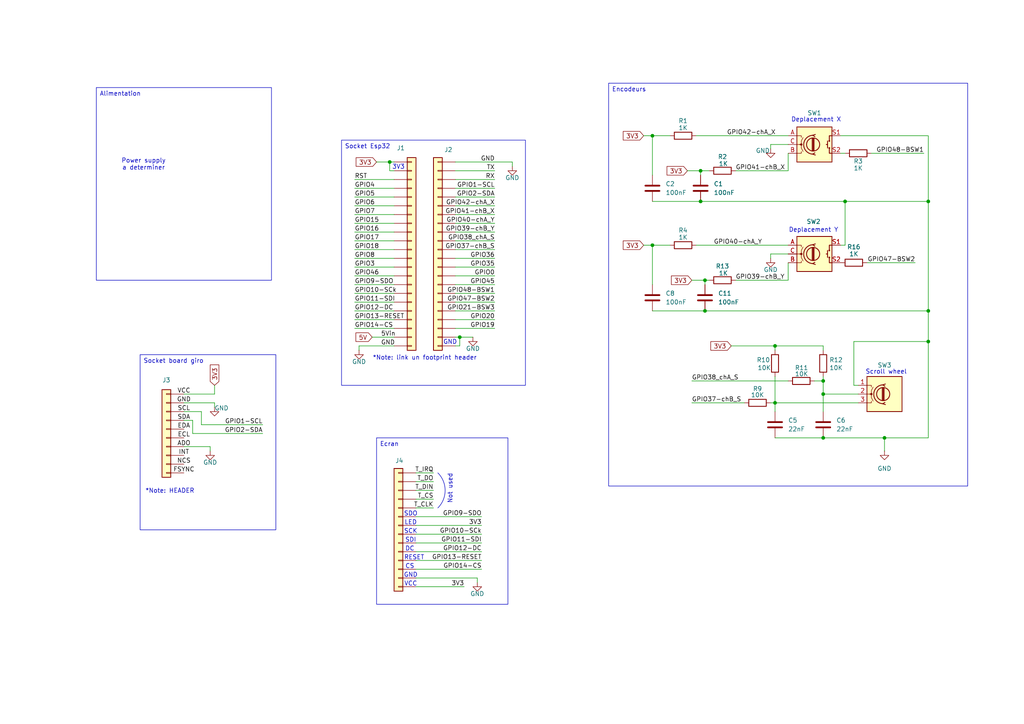
<source format=kicad_sch>
(kicad_sch (version 20231120) (generator "eeschema") (generator_version "8.0")
  (paper "A4")
  (lib_symbols
    (symbol "Conn_01x22_1" (pin_numbers hide) (pin_names (offset 1.016) hide)
      (property "Reference" "J" (at 0 27.94 0))
      (property "Value" "Conn_01x22" (at 0 -30.48 0))
      (symbol "Conn_01x22_1_1_1"
        (rectangle (start -1.27 -27.813) (end 0 -28.067) (stroke (width 0.1524)))
        (rectangle (start -1.27 -25.273) (end 0 -25.527) (stroke (width 0.1524)))
        (rectangle (start -1.27 -22.733) (end 0 -22.987) (stroke (width 0.1524)))
        (rectangle (start -1.27 -20.193) (end 0 -20.447) (stroke (width 0.1524)))
        (rectangle (start -1.27 -17.653) (end 0 -17.907) (stroke (width 0.1524)))
        (rectangle (start -1.27 -15.113) (end 0 -15.367) (stroke (width 0.1524)))
        (rectangle (start -1.27 -12.573) (end 0 -12.827) (stroke (width 0.1524)))
        (rectangle (start -1.27 -10.033) (end 0 -10.287) (stroke (width 0.1524)))
        (rectangle (start -1.27 -7.493) (end 0 -7.747) (stroke (width 0.1524)))
        (rectangle (start -1.27 -4.953) (end 0 -5.207) (stroke (width 0.1524)))
        (rectangle (start -1.27 -2.413) (end 0 -2.667) (stroke (width 0.1524)))
        (rectangle (start -1.27 0.127) (end 0 -0.127) (stroke (width 0.1524)))
        (rectangle (start -1.27 2.667) (end 0 2.413) (stroke (width 0.1524)))
        (rectangle (start -1.27 5.207) (end 0 4.953) (stroke (width 0.1524)))
        (rectangle (start -1.27 7.747) (end 0 7.493) (stroke (width 0.1524)))
        (rectangle (start -1.27 10.287) (end 0 10.033) (stroke (width 0.1524)))
        (rectangle (start -1.27 12.827) (end 0 12.573) (stroke (width 0.1524)))
        (rectangle (start -1.27 15.367) (end 0 15.113) (stroke (width 0.1524)))
        (rectangle (start -1.27 17.907) (end 0 17.653) (stroke (width 0.1524)))
        (rectangle (start -1.27 20.447) (end 0 20.193) (stroke (width 0.1524)))
        (rectangle (start -1.27 22.987) (end 0 22.733) (stroke (width 0.1524)))
        (rectangle (start -1.27 25.527) (end 0 25.273) (stroke (width 0.1524)))
        (rectangle (start -1.27 26.67) (end 1.27 -29.21) (stroke (width 0.254)) (fill (type background)))
        (pin passive line (at -5.08 25.4 0) (length 3.81) (name "Pin_1") (number "1"))
        (pin passive line (at -5.08 2.54 0) (length 3.81) (name "Pin_10") (number "10"))
        (pin passive line (at -5.08 0 0) (length 3.81) (name "Pin_11") (number "11"))
        (pin passive line (at -5.08 -2.54 0) (length 3.81) (name "Pin_12") (number "12"))
        (pin passive line (at -5.08 -5.08 0) (length 3.81) (name "Pin_13") (number "13"))
        (pin passive line (at -5.08 -7.62 0) (length 3.81) (name "Pin_14") (number "14"))
        (pin passive line (at -5.08 -10.16 0) (length 3.81) (name "Pin_15") (number "15"))
        (pin passive line (at -5.08 -12.7 0) (length 3.81) (name "Pin_16") (number "16"))
        (pin passive line (at -5.08 -15.24 0) (length 3.81) (name "Pin_17") (number "17"))
        (pin passive line (at -5.08 -17.78 0) (length 3.81) (name "Pin_18") (number "18"))
        (pin passive line (at -5.08 -20.32 0) (length 3.81) (name "Pin_19") (number "19"))
        (pin passive line (at -5.08 22.86 0) (length 3.81) (name "Pin_2") (number "2"))
        (pin passive line (at -5.08 -22.86 0) (length 3.81) (name "Pin_20") (number "20"))
        (pin passive line (at -5.08 -25.4 0) (length 3.81) (name "Pin_21") (number "21"))
        (pin passive line (at -5.08 -27.94 0) (length 3.81) (name "Pin_22") (number "22"))
        (pin passive line (at -5.08 20.32 0) (length 3.81) (name "Pin_3") (number "3"))
        (pin passive line (at -5.08 17.78 0) (length 3.81) (name "Pin_4") (number "4"))
        (pin passive line (at -5.08 15.24 0) (length 3.81) (name "Pin_5") (number "5"))
        (pin passive line (at -5.08 12.7 0) (length 3.81) (name "Pin_6") (number "6"))
        (pin passive line (at -5.08 10.16 0) (length 3.81) (name "Pin_7") (number "7"))
        (pin passive line (at -5.08 7.62 0) (length 3.81) (name "Pin_8") (number "8"))
        (pin passive line (at -5.08 5.08 0) (length 3.81) (name "Pin_9") (number "9"))
      )
    )
    (symbol "Connector_Generic:Conn_01x10" (pin_numbers hide) (pin_names (offset 1.016) hide)
      (property "Reference" "J" (at 0 12.7 0))
      (property "Value" "Conn_01x10" (at 0 -15.24 0))
      (symbol "Conn_01x10_1_1"
        (rectangle (start -1.27 -12.573) (end 0 -12.827) (stroke (width 0.1524)))
        (rectangle (start -1.27 -10.033) (end 0 -10.287) (stroke (width 0.1524)))
        (rectangle (start -1.27 -7.493) (end 0 -7.747) (stroke (width 0.1524)))
        (rectangle (start -1.27 -4.953) (end 0 -5.207) (stroke (width 0.1524)))
        (rectangle (start -1.27 -2.413) (end 0 -2.667) (stroke (width 0.1524)))
        (rectangle (start -1.27 0.127) (end 0 -0.127) (stroke (width 0.1524)))
        (rectangle (start -1.27 2.667) (end 0 2.413) (stroke (width 0.1524)))
        (rectangle (start -1.27 5.207) (end 0 4.953) (stroke (width 0.1524)))
        (rectangle (start -1.27 7.747) (end 0 7.493) (stroke (width 0.1524)))
        (rectangle (start -1.27 10.287) (end 0 10.033) (stroke (width 0.1524)))
        (rectangle (start -1.27 11.43) (end 1.27 -13.97) (stroke (width 0.254)) (fill (type background)))
        (pin passive line (at -5.08 10.16 0) (length 3.81) (name "Pin_1") (number "1"))
        (pin passive line (at -5.08 -12.7 0) (length 3.81) (name "Pin_10") (number "10"))
        (pin passive line (at -5.08 7.62 0) (length 3.81) (name "Pin_2") (number "2"))
        (pin passive line (at -5.08 5.08 0) (length 3.81) (name "Pin_3") (number "3"))
        (pin passive line (at -5.08 2.54 0) (length 3.81) (name "Pin_4") (number "4"))
        (pin passive line (at -5.08 0 0) (length 3.81) (name "Pin_5") (number "5"))
        (pin passive line (at -5.08 -2.54 0) (length 3.81) (name "Pin_6") (number "6"))
        (pin passive line (at -5.08 -5.08 0) (length 3.81) (name "Pin_7") (number "7"))
        (pin passive line (at -5.08 -7.62 0) (length 3.81) (name "Pin_8") (number "8"))
        (pin passive line (at -5.08 -10.16 0) (length 3.81) (name "Pin_9") (number "9"))
      )
    )
    (symbol "Connector_Generic:Conn_01x14" (pin_numbers hide) (pin_names (offset 1.016) hide)
      (property "Reference" "J" (at 0 17.78 0))
      (property "Value" "Conn_01x14" (at 0 -20.32 0))
      (symbol "Conn_01x14_1_1"
        (rectangle (start -1.27 -17.653) (end 0 -17.907) (stroke (width 0.1524)))
        (rectangle (start -1.27 -15.113) (end 0 -15.367) (stroke (width 0.1524)))
        (rectangle (start -1.27 -12.573) (end 0 -12.827) (stroke (width 0.1524)))
        (rectangle (start -1.27 -10.033) (end 0 -10.287) (stroke (width 0.1524)))
        (rectangle (start -1.27 -7.493) (end 0 -7.747) (stroke (width 0.1524)))
        (rectangle (start -1.27 -4.953) (end 0 -5.207) (stroke (width 0.1524)))
        (rectangle (start -1.27 -2.413) (end 0 -2.667) (stroke (width 0.1524)))
        (rectangle (start -1.27 0.127) (end 0 -0.127) (stroke (width 0.1524)))
        (rectangle (start -1.27 2.667) (end 0 2.413) (stroke (width 0.1524)))
        (rectangle (start -1.27 5.207) (end 0 4.953) (stroke (width 0.1524)))
        (rectangle (start -1.27 7.747) (end 0 7.493) (stroke (width 0.1524)))
        (rectangle (start -1.27 10.287) (end 0 10.033) (stroke (width 0.1524)))
        (rectangle (start -1.27 12.827) (end 0 12.573) (stroke (width 0.1524)))
        (rectangle (start -1.27 15.367) (end 0 15.113) (stroke (width 0.1524)))
        (rectangle (start -1.27 16.51) (end 1.27 -19.05) (stroke (width 0.254)) (fill (type background)))
        (pin passive line (at -5.08 15.24 0) (length 3.81) (name "Pin_1") (number "1"))
        (pin passive line (at -5.08 -7.62 0) (length 3.81) (name "Pin_10") (number "10"))
        (pin passive line (at -5.08 -10.16 0) (length 3.81) (name "Pin_11") (number "11"))
        (pin passive line (at -5.08 -12.7 0) (length 3.81) (name "Pin_12") (number "12"))
        (pin passive line (at -5.08 -15.24 0) (length 3.81) (name "Pin_13") (number "13"))
        (pin passive line (at -5.08 -17.78 0) (length 3.81) (name "Pin_14") (number "14"))
        (pin passive line (at -5.08 12.7 0) (length 3.81) (name "Pin_2") (number "2"))
        (pin passive line (at -5.08 10.16 0) (length 3.81) (name "Pin_3") (number "3"))
        (pin passive line (at -5.08 7.62 0) (length 3.81) (name "Pin_4") (number "4"))
        (pin passive line (at -5.08 5.08 0) (length 3.81) (name "Pin_5") (number "5"))
        (pin passive line (at -5.08 2.54 0) (length 3.81) (name "Pin_6") (number "6"))
        (pin passive line (at -5.08 0 0) (length 3.81) (name "Pin_7") (number "7"))
        (pin passive line (at -5.08 -2.54 0) (length 3.81) (name "Pin_8") (number "8"))
        (pin passive line (at -5.08 -5.08 0) (length 3.81) (name "Pin_9") (number "9"))
      )
    )
    (symbol "Connector_Generic:Conn_01x22" (pin_numbers hide) (pin_names (offset 1.016) hide)
      (property "Reference" "J" (at 0 27.94 0))
      (property "Value" "Conn_01x22" (at 0 -30.48 0))
      (symbol "Conn_01x22_1_1"
        (rectangle (start -1.27 -27.813) (end 0 -28.067) (stroke (width 0.1524)))
        (rectangle (start -1.27 -25.273) (end 0 -25.527) (stroke (width 0.1524)))
        (rectangle (start -1.27 -22.733) (end 0 -22.987) (stroke (width 0.1524)))
        (rectangle (start -1.27 -20.193) (end 0 -20.447) (stroke (width 0.1524)))
        (rectangle (start -1.27 -17.653) (end 0 -17.907) (stroke (width 0.1524)))
        (rectangle (start -1.27 -15.113) (end 0 -15.367) (stroke (width 0.1524)))
        (rectangle (start -1.27 -12.573) (end 0 -12.827) (stroke (width 0.1524)))
        (rectangle (start -1.27 -10.033) (end 0 -10.287) (stroke (width 0.1524)))
        (rectangle (start -1.27 -7.493) (end 0 -7.747) (stroke (width 0.1524)))
        (rectangle (start -1.27 -4.953) (end 0 -5.207) (stroke (width 0.1524)))
        (rectangle (start -1.27 -2.413) (end 0 -2.667) (stroke (width 0.1524)))
        (rectangle (start -1.27 0.127) (end 0 -0.127) (stroke (width 0.1524)))
        (rectangle (start -1.27 2.667) (end 0 2.413) (stroke (width 0.1524)))
        (rectangle (start -1.27 5.207) (end 0 4.953) (stroke (width 0.1524)))
        (rectangle (start -1.27 7.747) (end 0 7.493) (stroke (width 0.1524)))
        (rectangle (start -1.27 10.287) (end 0 10.033) (stroke (width 0.1524)))
        (rectangle (start -1.27 12.827) (end 0 12.573) (stroke (width 0.1524)))
        (rectangle (start -1.27 15.367) (end 0 15.113) (stroke (width 0.1524)))
        (rectangle (start -1.27 17.907) (end 0 17.653) (stroke (width 0.1524)))
        (rectangle (start -1.27 20.447) (end 0 20.193) (stroke (width 0.1524)))
        (rectangle (start -1.27 22.987) (end 0 22.733) (stroke (width 0.1524)))
        (rectangle (start -1.27 25.527) (end 0 25.273) (stroke (width 0.1524)))
        (rectangle (start -1.27 26.67) (end 1.27 -29.21) (stroke (width 0.254)) (fill (type background)))
        (pin passive line (at -5.08 25.4 0) (length 3.81) (name "Pin_1") (number "1"))
        (pin passive line (at -5.08 2.54 0) (length 3.81) (name "Pin_10") (number "10"))
        (pin passive line (at -5.08 0 0) (length 3.81) (name "Pin_11") (number "11"))
        (pin passive line (at -5.08 -2.54 0) (length 3.81) (name "Pin_12") (number "12"))
        (pin passive line (at -5.08 -5.08 0) (length 3.81) (name "Pin_13") (number "13"))
        (pin passive line (at -5.08 -7.62 0) (length 3.81) (name "Pin_14") (number "14"))
        (pin passive line (at -5.08 -10.16 0) (length 3.81) (name "Pin_15") (number "15"))
        (pin passive line (at -5.08 -12.7 0) (length 3.81) (name "Pin_16") (number "16"))
        (pin passive line (at -5.08 -15.24 0) (length 3.81) (name "Pin_17") (number "17"))
        (pin passive line (at -5.08 -17.78 0) (length 3.81) (name "Pin_18") (number "18"))
        (pin passive line (at -5.08 -20.32 0) (length 3.81) (name "Pin_19") (number "19"))
        (pin passive line (at -5.08 22.86 0) (length 3.81) (name "Pin_2") (number "2"))
        (pin passive line (at -5.08 -22.86 0) (length 3.81) (name "Pin_20") (number "20"))
        (pin passive line (at -5.08 -25.4 0) (length 3.81) (name "Pin_21") (number "21"))
        (pin passive line (at -5.08 -27.94 0) (length 3.81) (name "Pin_22") (number "22"))
        (pin passive line (at -5.08 20.32 0) (length 3.81) (name "Pin_3") (number "3"))
        (pin passive line (at -5.08 17.78 0) (length 3.81) (name "Pin_4") (number "4"))
        (pin passive line (at -5.08 15.24 0) (length 3.81) (name "Pin_5") (number "5"))
        (pin passive line (at -5.08 12.7 0) (length 3.81) (name "Pin_6") (number "6"))
        (pin passive line (at -5.08 10.16 0) (length 3.81) (name "Pin_7") (number "7"))
        (pin passive line (at -5.08 7.62 0) (length 3.81) (name "Pin_8") (number "8"))
        (pin passive line (at -5.08 5.08 0) (length 3.81) (name "Pin_9") (number "9"))
      )
    )
    (symbol "Device:C" (pin_numbers hide) (pin_names (offset 0.254))
      (property "Reference" "C" (at 0.635 2.54 0))
      (property "Value" "C" (at 0.635 -2.54 0))
      (symbol "C_0_1"
        (polyline (pts (xy -2.032 -0.762) (xy 2.032 -0.762)) (stroke (width 0.508)))
        (polyline (pts (xy -2.032 0.762) (xy 2.032 0.762)) (stroke (width 0.508)))
      )
      (symbol "C_1_1"
        (pin passive line (at 0 3.81 270) (length 2.794) (name "~") (number "1"))
        (pin passive line (at 0 -3.81 90) (length 2.794) (name "~") (number "2"))
      )
    )
    (symbol "Device:R" (pin_numbers hide) (pin_names (offset 0))
      (property "Reference" "R" (at 2.032 0 90))
      (property "Value" "R" (at 0 0 90))
      (symbol "R_0_1"
        (rectangle (start -1.016 -2.54) (end 1.016 2.54) (stroke (width 0.254)))
      )
      (symbol "R_1_1"
        (pin passive line (at 0 3.81 270) (length 1.27) (name "~") (number "1"))
        (pin passive line (at 0 -3.81 90) (length 1.27) (name "~") (number "2"))
      )
    )
    (symbol "Device:RotaryEncoder_Switch" (pin_names (offset 0.254) hide)
      (property "Reference" "SW" (at 0 6.604 0))
      (property "Value" "RotaryEncoder_Switch" (at 0 -6.604 0))
      (symbol "RotaryEncoder_Switch_0_1"
        (rectangle (start -5.08 5.08) (end 5.08 -5.08) (stroke (width 0.254)) (fill (type background)))
        (circle (center -3.81 0) (radius 0.254) (fill (type outline)))
        (circle (center -0.381 0) (radius 1.905) (stroke (width 0.254)))
        (arc (start -0.381 2.667) (mid -3.0988 -0.0635) (end -0.381 -2.794) (stroke (width 0.254)))
        (polyline (pts (xy -0.635 -1.778) (xy -0.635 1.778)) (stroke (width 0.254)))
        (polyline (pts (xy -0.381 -1.778) (xy -0.381 1.778)) (stroke (width 0.254)))
        (polyline (pts (xy -0.127 1.778) (xy -0.127 -1.778)) (stroke (width 0.254)))
        (polyline (pts (xy 3.81 0) (xy 3.429 0)) (stroke (width 0.254)))
        (polyline (pts (xy 3.81 1.016) (xy 3.81 -1.016)) (stroke (width 0.254)))
        (polyline (pts (xy -5.08 -2.54) (xy -3.81 -2.54) (xy -3.81 -2.032)))
        (polyline (pts (xy -5.08 2.54) (xy -3.81 2.54) (xy -3.81 2.032)))
        (polyline (pts (xy 0.254 -3.048) (xy -0.508 -2.794) (xy 0.127 -2.413)) (stroke (width 0.254)))
        (polyline (pts (xy 0.254 2.921) (xy -0.508 2.667) (xy 0.127 2.286)) (stroke (width 0.254)))
        (polyline (pts (xy 5.08 -2.54) (xy 4.318 -2.54) (xy 4.318 -1.016)) (stroke (width 0.254)))
        (polyline (pts (xy 5.08 2.54) (xy 4.318 2.54) (xy 4.318 1.016)) (stroke (width 0.254)))
        (polyline (pts (xy -5.08 0) (xy -3.81 0) (xy -3.81 -1.016) (xy -3.302 -2.032)))
        (polyline (pts (xy -4.318 0) (xy -3.81 0) (xy -3.81 1.016) (xy -3.302 2.032)))
        (circle (center 4.318 -1.016) (radius 0.127) (stroke (width 0.254)))
        (circle (center 4.318 1.016) (radius 0.127) (stroke (width 0.254)))
      )
      (symbol "RotaryEncoder_Switch_1_1"
        (pin passive line (at -7.62 2.54 0) (length 2.54) (name "A") (number "A"))
        (pin passive line (at -7.62 -2.54 0) (length 2.54) (name "B") (number "B"))
        (pin passive line (at -7.62 0 0) (length 2.54) (name "C") (number "C"))
        (pin passive line (at 7.62 2.54 180) (length 2.54) (name "S1") (number "S1"))
        (pin passive line (at 7.62 -2.54 180) (length 2.54) (name "S2") (number "S2"))
      )
    )
    (symbol "RotaryEncoder_1" (pin_names (offset 0.254) hide)
      (property "Reference" "SW3" (at -2.032 8.382 0))
      (symbol "RotaryEncoder_1_0_1"
        (rectangle (start -5.08 5.08) (end 5.08 -5.08) (stroke (width 0.254)) (fill (type background)))
        (circle (center -3.81 0) (radius 0.254) (fill (type outline)))
        (circle (center -0.381 0) (radius 1.905) (stroke (width 0.254)))
        (arc (start -0.381 2.667) (mid -3.0988 -0.0635) (end -0.381 -2.794) (stroke (width 0.254)))
        (polyline (pts (xy -0.635 -1.778) (xy -0.635 1.778)) (stroke (width 0.254)))
        (polyline (pts (xy -0.381 -1.778) (xy -0.381 1.778)) (stroke (width 0.254)))
        (polyline (pts (xy -0.127 1.778) (xy -0.127 -1.778)) (stroke (width 0.254)))
        (polyline (pts (xy -5.08 -2.54) (xy -3.81 -2.54) (xy -3.81 -2.032)))
        (polyline (pts (xy -5.08 2.54) (xy -3.81 2.54) (xy -3.81 2.032)))
        (polyline (pts (xy 0.254 -3.048) (xy -0.508 -2.794) (xy 0.127 -2.413)) (stroke (width 0.254)))
        (polyline (pts (xy 0.254 2.921) (xy -0.508 2.667) (xy 0.127 2.286)) (stroke (width 0.254)))
        (polyline (pts (xy -5.08 0) (xy -3.81 0) (xy -3.81 -1.016) (xy -3.302 -2.032)))
        (polyline (pts (xy -4.318 0) (xy -3.81 0) (xy -3.81 1.016) (xy -3.302 2.032)))
      )
      (symbol "RotaryEncoder_1_1_1"
        (pin passive line (at -7.62 2.54 0) (length 2.54) (name "1") (number "1"))
        (pin passive line (at -7.62 0 0) (length 2.54) (name "2") (number "2"))
        (pin passive line (at -7.62 -2.54 0) (length 2.54) (name "3") (number "3"))
      )
    )
    (symbol "power:GND" (power) (pin_numbers hide) (pin_names (offset 0) hide)
      (property "Value" "GND" (at 0 -3.81 0))
      (symbol "GND_0_1"
        (polyline (pts (xy 0 0) (xy 0 -1.27) (xy 1.27 -1.27) (xy 0 -2.54) (xy -1.27 -1.27) (xy 0 -1.27)))
      )
      (symbol "GND_1_1"
        (pin power_in line (at 0 0 270) (length 0) (name "~") (number "1"))
      )
    )
  )
  (junction (at 269.24 90.17))
  (junction (at 245.11 58.42))
  (junction (at 269.24 99.06))
  (junction (at 133.35 97.79))
  (junction (at 189.23 39.37))
  (junction (at 189.23 71.12))
  (junction (at 238.76 110.49))
  (junction (at 256.54 127))
  (junction (at 204.47 81.28))
  (junction (at 238.76 127))
  (junction (at 203.2 58.42))
  (junction (at 224.79 100.33))
  (junction (at 238.76 114.3))
  (junction (at 203.2 49.53))
  (junction (at 269.24 58.42))
  (junction (at 113.03 46.99))
  (junction (at 204.47 90.17))
  (junction (at 224.79 116.84))
  (wire (pts (xy 203.2 49.53) (xy 203.2 50.8)))
  (wire (pts (xy 132.08 74.93) (xy 143.51 74.93)))
  (wire (pts (xy 107.95 97.79) (xy 114.3 97.79)))
  (wire (pts (xy 60.96 129.54) (xy 53.34 129.54)))
  (wire (pts (xy 102.87 54.61) (xy 114.3 54.61)))
  (wire (pts (xy 238.76 127) (xy 256.54 127)))
  (wire (pts (xy 53.34 121.92) (xy 55.88 121.92)))
  (wire (pts (xy 102.87 92.71) (xy 114.3 92.71)))
  (wire (pts (xy 120.65 144.78) (xy 125.73 144.78)))
  (wire (pts (xy 238.76 109.22) (xy 238.76 110.49)))
  (wire (pts (xy 120.65 152.4) (xy 139.7 152.4)))
  (wire (pts (xy 132.08 52.07) (xy 143.51 52.07)))
  (wire (pts (xy 245.11 71.12) (xy 245.11 58.42)))
  (wire (pts (xy 228.6 49.53) (xy 228.6 44.45)))
  (wire (pts (xy 238.76 114.3) (xy 248.92 114.3)))
  (wire (pts (xy 58.42 123.19) (xy 76.2 123.19)))
  (wire (pts (xy 133.35 97.79) (xy 133.35 100.33)))
  (wire (pts (xy 213.36 81.28) (xy 228.6 81.28)))
  (wire (pts (xy 132.08 82.55) (xy 143.51 82.55)))
  (wire (pts (xy 200.66 116.84) (xy 215.9 116.84)))
  (wire (pts (xy 132.08 97.79) (xy 133.35 97.79)))
  (wire (pts (xy 248.92 116.84) (xy 224.79 116.84)))
  (wire (pts (xy 148.59 48.26) (xy 148.59 46.99)))
  (wire (pts (xy 245.11 44.45) (xy 243.84 44.45)))
  (wire (pts (xy 213.36 49.53) (xy 228.6 49.53)))
  (wire (pts (xy 189.23 71.12) (xy 189.23 82.55)))
  (wire (pts (xy 245.11 58.42) (xy 269.24 58.42)))
  (wire (pts (xy 120.65 157.48) (xy 139.7 157.48)))
  (wire (pts (xy 224.79 116.84) (xy 224.79 119.38)))
  (wire (pts (xy 236.22 110.49) (xy 238.76 110.49)))
  (wire (pts (xy 247.65 99.06) (xy 247.65 111.76)))
  (wire (pts (xy 251.46 76.2) (xy 265.43 76.2)))
  (wire (pts (xy 201.93 71.12) (xy 228.6 71.12)))
  (wire (pts (xy 269.24 58.42) (xy 269.24 90.17)))
  (wire (pts (xy 132.08 80.01) (xy 143.51 80.01)))
  (wire (pts (xy 104.14 100.33) (xy 104.14 101.6)))
  (wire (pts (xy 199.39 49.53) (xy 203.2 49.53)))
  (wire (pts (xy 102.87 95.25) (xy 114.3 95.25)))
  (wire (pts (xy 247.65 111.76) (xy 248.92 111.76)))
  (wire (pts (xy 120.65 139.7) (xy 125.73 139.7)))
  (wire (pts (xy 223.52 73.66) (xy 228.6 73.66)))
  (wire (pts (xy 212.09 100.33) (xy 224.79 100.33)))
  (wire (pts (xy 132.08 90.17) (xy 143.51 90.17)))
  (wire (pts (xy 132.08 87.63) (xy 143.51 87.63)))
  (wire (pts (xy 58.42 119.38) (xy 58.42 123.19)))
  (wire (pts (xy 132.08 67.31) (xy 143.51 67.31)))
  (wire (pts (xy 186.69 71.12) (xy 189.23 71.12)))
  (wire (pts (xy 132.08 95.25) (xy 143.51 95.25)))
  (wire (pts (xy 238.76 114.3) (xy 238.76 119.38)))
  (wire (pts (xy 104.14 100.33) (xy 114.3 100.33)))
  (wire (pts (xy 113.03 49.53) (xy 114.3 49.53)))
  (wire (pts (xy 138.43 168.91) (xy 138.43 167.64)))
  (wire (pts (xy 269.24 99.06) (xy 269.24 127)))
  (wire (pts (xy 224.79 127) (xy 238.76 127)))
  (wire (pts (xy 189.23 58.42) (xy 203.2 58.42)))
  (wire (pts (xy 113.03 46.99) (xy 114.3 46.99)))
  (wire (pts (xy 132.08 69.85) (xy 143.51 69.85)))
  (wire (pts (xy 132.08 62.23) (xy 143.51 62.23)))
  (wire (pts (xy 200.66 110.49) (xy 228.6 110.49)))
  (wire (pts (xy 102.87 72.39) (xy 114.3 72.39)))
  (wire (pts (xy 224.79 100.33) (xy 238.76 100.33)))
  (wire (pts (xy 189.23 90.17) (xy 204.47 90.17)))
  (wire (pts (xy 120.65 137.16) (xy 125.73 137.16)))
  (wire (pts (xy 203.2 49.53) (xy 205.74 49.53)))
  (wire (pts (xy 204.47 90.17) (xy 269.24 90.17)))
  (wire (pts (xy 55.88 125.73) (xy 76.2 125.73)))
  (wire (pts (xy 133.35 100.33) (xy 132.08 100.33)))
  (wire (pts (xy 120.65 160.02) (xy 139.7 160.02)))
  (wire (pts (xy 102.87 82.55) (xy 114.3 82.55)))
  (wire (pts (xy 189.23 39.37) (xy 189.23 50.8)))
  (wire (pts (xy 256.54 127) (xy 269.24 127)))
  (wire (pts (xy 102.87 67.31) (xy 114.3 67.31)))
  (wire (pts (xy 148.59 46.99) (xy 132.08 46.99)))
  (wire (pts (xy 102.87 69.85) (xy 114.3 69.85)))
  (wire (pts (xy 228.6 81.28) (xy 228.6 76.2)))
  (wire (pts (xy 189.23 71.12) (xy 194.31 71.12)))
  (wire (pts (xy 132.08 64.77) (xy 143.51 64.77)))
  (wire (pts (xy 102.87 52.07) (xy 114.3 52.07)))
  (wire (pts (xy 60.96 130.81) (xy 60.96 129.54)))
  (wire (pts (xy 102.87 57.15) (xy 114.3 57.15)))
  (wire (pts (xy 113.03 46.99) (xy 113.03 49.53)))
  (wire (pts (xy 109.22 46.99) (xy 113.03 46.99)))
  (wire (pts (xy 238.76 100.33) (xy 238.76 101.6)))
  (wire (pts (xy 120.65 165.1) (xy 139.7 165.1)))
  (wire (pts (xy 132.08 72.39) (xy 143.51 72.39)))
  (wire (pts (xy 62.23 114.3) (xy 62.23 111.76)))
  (wire (pts (xy 247.65 99.06) (xy 269.24 99.06)))
  (wire (pts (xy 120.65 154.94) (xy 139.7 154.94)))
  (wire (pts (xy 102.87 77.47) (xy 114.3 77.47)))
  (wire (pts (xy 223.52 116.84) (xy 224.79 116.84)))
  (wire (pts (xy 53.34 119.38) (xy 58.42 119.38)))
  (wire (pts (xy 120.65 142.24) (xy 125.73 142.24)))
  (wire (pts (xy 102.87 62.23) (xy 114.3 62.23)))
  (wire (pts (xy 238.76 110.49) (xy 238.76 114.3)))
  (wire (pts (xy 204.47 82.55) (xy 204.47 81.28)))
  (wire (pts (xy 102.87 87.63) (xy 114.3 87.63)))
  (wire (pts (xy 133.35 97.79) (xy 137.16 97.79)))
  (wire (pts (xy 120.65 170.18) (xy 134.62 170.18)))
  (wire (pts (xy 102.87 74.93) (xy 114.3 74.93)))
  (wire (pts (xy 120.65 147.32) (xy 125.73 147.32)))
  (wire (pts (xy 132.08 92.71) (xy 143.51 92.71)))
  (wire (pts (xy 132.08 57.15) (xy 143.51 57.15)))
  (wire (pts (xy 200.66 81.28) (xy 204.47 81.28)))
  (wire (pts (xy 62.23 116.84) (xy 53.34 116.84)))
  (wire (pts (xy 102.87 80.01) (xy 114.3 80.01)))
  (wire (pts (xy 120.65 162.56) (xy 139.7 162.56)))
  (wire (pts (xy 102.87 85.09) (xy 114.3 85.09)))
  (wire (pts (xy 223.52 41.91) (xy 228.6 41.91)))
  (wire (pts (xy 102.87 90.17) (xy 114.3 90.17)))
  (wire (pts (xy 132.08 49.53) (xy 143.51 49.53)))
  (wire (pts (xy 223.52 43.18) (xy 223.52 41.91)))
  (wire (pts (xy 186.69 39.37) (xy 189.23 39.37)))
  (wire (pts (xy 132.08 59.69) (xy 143.51 59.69)))
  (wire (pts (xy 204.47 81.28) (xy 205.74 81.28)))
  (wire (pts (xy 201.93 39.37) (xy 228.6 39.37)))
  (wire (pts (xy 102.87 64.77) (xy 114.3 64.77)))
  (wire (pts (xy 269.24 39.37) (xy 269.24 58.42)))
  (wire (pts (xy 243.84 39.37) (xy 269.24 39.37)))
  (wire (pts (xy 189.23 39.37) (xy 194.31 39.37)))
  (wire (pts (xy 55.88 121.92) (xy 55.88 125.73)))
  (wire (pts (xy 224.79 109.22) (xy 224.79 116.84)))
  (wire (pts (xy 132.08 54.61) (xy 143.51 54.61)))
  (wire (pts (xy 224.79 100.33) (xy 224.79 101.6)))
  (wire (pts (xy 53.34 114.3) (xy 62.23 114.3)))
  (wire (pts (xy 120.65 149.86) (xy 139.7 149.86)))
  (wire (pts (xy 269.24 90.17) (xy 269.24 99.06)))
  (wire (pts (xy 223.52 74.93) (xy 223.52 73.66)))
  (wire (pts (xy 62.23 118.11) (xy 62.23 116.84)))
  (wire (pts (xy 120.65 167.64) (xy 138.43 167.64)))
  (wire (pts (xy 256.54 127) (xy 256.54 130.81)))
  (wire (pts (xy 252.73 44.45) (xy 267.97 44.45)))
  (wire (pts (xy 203.2 58.42) (xy 245.11 58.42)))
  (wire (pts (xy 132.08 77.47) (xy 143.51 77.47)))
  (wire (pts (xy 132.08 85.09) (xy 143.51 85.09)))
  (wire (pts (xy 243.84 71.12) (xy 245.11 71.12)))
  (wire (pts (xy 102.87 59.69) (xy 114.3 59.69)))
  (arc (start 127 137.16) (mid 129.1042 142.24) (end 127 147.32))
  (text_box "Ecran" (at 109.22 127 0) (size 38.1 48.26) (effects (font (size 1.27 1.27)) (justify left top)))
  (text_box "Socket Esp32" (at 99.06 40.64 0) (size 53.34 71.12) (effects (font (size 1.27 1.27)) (justify left top)))
  (text_box "Alimentation" (at 27.94 25.4 0) (size 50.8 55.88) (effects (font (size 1.27 1.27)) (justify left top)))
  (text_box "Encodeurs" (at 176.53 24.13 0) (size 104.14 116.84) (effects (font (size 1.27 1.27)) (justify left top)))
  (text_box "Socket board giro\n" (at 40.64 102.87 0) (size 39.37 50.8) (effects (font (size 1.27 1.27)) (justify left top)))
  (text "CS" (at 118.872 164.338 0) (effects (font (size 1.27 1.27))))
  (text "SDI" (at 119.126 156.718 0) (effects (font (size 1.27 1.27))))
  (text "GND" (at 119.126 166.878 0) (effects (font (size 1.27 1.27))))
  (text "Not used" (at 130.556 141.732 90) (effects (font (size 1.27 1.27))))
  (text "SDO" (at 119.126 149.098 0) (effects (font (size 1.27 1.27))))
  (text "*Note: link un footprint header" (at 123.19 103.886 0) (effects (font (size 1.27 1.27))))
  (text "Deplacement X" (at 236.728 34.798 0) (effects (font (size 1.27 1.27))))
  (text "SCK" (at 119.126 154.178 0) (effects (font (size 1.27 1.27))))
  (text "3V3" (at 115.57 48.514 0) (effects (font (size 1.27 1.27))))
  (text "Scroll wheel" (at 257.048 107.95 0) (effects (font (size 1.27 1.27))))
  (text "*Note: HEADER" (at 49.276 142.494 0) (effects (font (size 1.27 1.27))))
  (text "GND" (at 130.556 99.314 0) (effects (font (size 1.27 1.27))))
  (text "Deplacement Y" (at 235.966 66.802 0) (effects (font (size 1.27 1.27))))
  (text "RESET" (at 120.142 161.798 0) (effects (font (size 1.27 1.27))))
  (text "Power supply\na determiner" (at 41.656 47.752 0) (effects (font (size 1.27 1.27))))
  (text "DC" (at 118.872 159.258 0) (effects (font (size 1.27 1.27))))
  (text "LED" (at 119.126 151.638 0) (effects (font (size 1.27 1.27))))
  (text "VCC" (at 119.126 169.418 0) (effects (font (size 1.27 1.27))))
  (label "GPIO12-DC" (at 139.7 160.02 180))
  (label "ADO" (at 53.34 129.54 0))
  (label "GPIO11-SDI" (at 102.87 87.63 0))
  (label "TX" (at 143.51 49.53 180))
  (label "GPIO0" (at 143.51 80.01 180))
  (label "GPIO39-chB_Y" (at 143.51 67.31 180))
  (label "T_DO" (at 125.73 139.7 180))
  (label "T_CS" (at 125.73 144.78 180))
  (label "VCC" (at 53.34 114.3 0))
  (label "ECL" (at 53.34 127 0))
  (label "GPIO9-SDO" (at 102.87 82.55 0))
  (label "GPIO1-SCL" (at 143.51 54.61 180))
  (label "GPIO1-SCL" (at 76.2 123.19 180))
  (label "T_DIN" (at 125.73 142.24 180))
  (label "GPIO41-chB_X" (at 213.36 49.53 0))
  (label "5Vin" (at 110.49 97.79 0))
  (label "GPIO8" (at 102.87 74.93 0))
  (label "GPIO47-BSW2" (at 265.43 76.2 180))
  (label "GPIO21-BSW3" (at 143.51 90.17 180))
  (label "GPIO3" (at 102.87 77.47 0))
  (label "GPIO48-BSW1" (at 267.97 44.45 180))
  (label "GPIO13-RESET" (at 139.7 162.56 180))
  (label "3V3" (at 139.7 152.4 180))
  (label "GPIO39-chB_Y" (at 213.36 81.28 0))
  (label "GPIO17" (at 102.87 69.85 0))
  (label "GPIO12-DC" (at 102.87 90.17 0))
  (label "GPIO13-RESET" (at 102.87 92.71 0))
  (label "GPIO2-SDA" (at 76.2 125.73 180))
  (label "GPIO14-CS" (at 139.7 165.1 180))
  (label "GPIO40-chA_Y" (at 143.51 64.77 180))
  (label "GPIO37-chB_S" (at 200.66 116.84 0))
  (label "GND" (at 53.34 116.84 0))
  (label "SDA" (at 53.34 121.92 0))
  (label "GPIO7" (at 102.87 62.23 0))
  (label "GPIO42-chA_X" (at 210.82 39.37 0))
  (label "NCS" (at 53.34 134.62 0))
  (label "T_IRQ" (at 125.73 137.16 180))
  (label "GPIO47-BSW2" (at 143.51 87.63 180))
  (label "GPIO11-SDI" (at 139.7 157.48 180))
  (label "GPIO38_chA_S" (at 200.66 110.49 0))
  (label "GPIO6" (at 102.87 59.69 0))
  (label "GND" (at 143.51 46.99 180))
  (label "GPIO45" (at 143.51 82.55 180))
  (label "GPIO48-BSW1" (at 143.51 85.09 180))
  (label "GPIO14-CS" (at 102.87 95.25 0))
  (label "GND" (at 110.49 100.33 0))
  (label "GPIO20" (at 143.51 92.71 180))
  (label "INT" (at 53.34 132.08 0))
  (label "GPIO41-chB_X" (at 143.51 62.23 180))
  (label "FSYNC" (at 53.34 137.16 0))
  (label "GPIO15" (at 102.87 64.77 0))
  (label "GPIO18" (at 102.87 72.39 0))
  (label "EDA" (at 53.34 124.46 0))
  (label "GPIO5" (at 102.87 57.15 0))
  (label "GPIO10-SCk" (at 139.7 154.94 180))
  (label "GPIO46" (at 102.87 80.01 0))
  (label "SCL" (at 53.34 119.38 0))
  (label "GPIO4" (at 102.87 54.61 0))
  (label "GPIO37-chB_S" (at 143.51 72.39 180))
  (label "GPIO38_chA_S" (at 143.51 69.85 180))
  (label "T_CLK" (at 125.73 147.32 180))
  (label "GPIO40-chA_Y" (at 207.01 71.12 0))
  (label "GPIO16" (at 102.87 67.31 0))
  (label "GPIO10-SCk" (at 102.87 85.09 0))
  (label "RST" (at 102.87 52.07 0))
  (label "3V3" (at 134.62 170.18 180))
  (label "GPIO36" (at 143.51 74.93 180))
  (label "RX" (at 143.51 52.07 180))
  (label "GPIO2-SDA" (at 143.51 57.15 180))
  (label "GPIO19" (at 143.51 95.25 180))
  (label "GPIO9-SDO" (at 139.7 149.86 180))
  (label "GPIO35" (at 143.51 77.47 180))
  (label "GPIO42-chA_X" (at 143.51 59.69 180))
  (global_label "3V3" (shape input) (at 109.22 46.99 180) (property "Intersheetrefs" "${INTERSHEET_REFS}" (effects (hide yes))))
  (global_label "3V3" (shape input) (at 199.39 49.53 180) (property "Intersheetrefs" "${INTERSHEET_REFS}" (effects (hide yes))))
  (global_label "5V" (shape input) (at 107.95 97.79 180) (property "Intersheetrefs" "${INTERSHEET_REFS}" (effects (hide yes))))
  (global_label "3V3" (shape input) (at 212.09 100.33 180) (property "Intersheetrefs" "${INTERSHEET_REFS}" (effects (hide yes))))
  (global_label "3V3" (shape input) (at 62.23 111.76 90) (property "Intersheetrefs" "${INTERSHEET_REFS}" (effects (hide yes))))
  (global_label "3V3" (shape input) (at 186.69 39.37 180) (property "Intersheetrefs" "${INTERSHEET_REFS}" (effects (hide yes))))
  (global_label "3V3" (shape input) (at 200.66 81.28 180) (property "Intersheetrefs" "${INTERSHEET_REFS}" (effects (hide yes))))
  (global_label "3V3" (shape input) (at 186.69 71.12 180) (property "Intersheetrefs" "${INTERSHEET_REFS}" (effects (hide yes))))
  (symbol (lib_id "power:GND") (at 137.16 97.79 0) (unit 1)
    (property "Reference" "#PWR08" (effects (hide yes)))
    (property "Value" "GND" (at 137.16 101.092 0))
    (property "Description" "Power symbol creates a global label with name \"GND\" , ground" (effects (hide yes)))
  )
  (symbol (lib_id "Device:R") (at 198.12 71.12 90) (unit 1)
    (property "Reference" "R4" (at 198.12 66.802 90))
    (property "Value" "1K" (at 198.12 68.834 90))
    (property "Footprint" "Resistor_SMD:R_0805_2012Metric_Pad1.20x1.40mm_HandSolder" (effects (hide yes)))
    (property "Description" "Resistor" (effects (hide yes)))
  )
  (symbol (lib_id "Device:R") (at 219.71 116.84 270) (unit 1)
    (property "Reference" "R9" (at 219.71 112.776 90))
    (property "Value" "10K" (at 219.71 114.554 90))
    (property "Footprint" "Resistor_SMD:R_0805_2012Metric_Pad1.20x1.40mm_HandSolder" (effects (hide yes)))
    (property "Description" "Resistor" (effects (hide yes)))
  )
  (symbol (lib_id "power:GND") (at 138.43 168.91 0) (unit 1)
    (property "Reference" "#PWR04" (effects (hide yes)))
    (property "Value" "GND" (at 138.43 172.212 0))
    (property "Description" "Power symbol creates a global label with name \"GND\" , ground" (effects (hide yes)))
  )
  (symbol (lib_name "Conn_01x22_1") (lib_id "Connector_Generic:Conn_01x22") (at 119.38 72.39 0) (unit 1)
    (property "Reference" "J1" (at 115.062 42.926 0) (effects (justify left)))
    (property "Value" "Conn_01x22" (effects (hide yes)))
    (property "Footprint" "Connector_PinHeader_1.00mm:PinHeader_1x22_P1.00mm_Vertical" (effects (hide yes)))
    (property "Description" "Generic connector, single row, 01x22, script generated (kicad-library-utils/schlib/autogen/connector/)" (effects (hide yes)))
  )
  (symbol (lib_id "power:GND") (at 148.59 48.26 0) (unit 1)
    (property "Reference" "#PWR06" (effects (hide yes)))
    (property "Value" "GND" (at 148.59 51.562 0))
    (property "Description" "Power symbol creates a global label with name \"GND\" , ground" (effects (hide yes)))
  )
  (symbol (lib_id "Device:R") (at 232.41 110.49 90) (unit 1)
    (property "Reference" "R11" (at 234.442 106.68 90) (effects (justify left)))
    (property "Value" "10K" (at 234.442 108.458 90) (effects (justify left)))
    (property "Footprint" "Resistor_SMD:R_0805_2012Metric_Pad1.20x1.40mm_HandSolder" (effects (hide yes)))
    (property "Description" "Resistor" (effects (hide yes)))
  )
  (symbol (lib_id "power:GND") (at 62.23 118.11 0) (unit 1)
    (property "Reference" "#PWR07" (effects (hide yes)))
    (property "Value" "GND" (at 64.262 118.364 0))
    (property "Description" "Power symbol creates a global label with name \"GND\" , ground" (effects (hide yes)))
  )
  (symbol (lib_id "Device:R") (at 198.12 39.37 90) (unit 1)
    (property "Reference" "R1" (at 198.12 35.052 90))
    (property "Value" "1K" (at 198.12 37.084 90))
    (property "Footprint" "Resistor_SMD:R_0805_2012Metric_Pad1.20x1.40mm_HandSolder" (effects (hide yes)))
    (property "Description" "Resistor" (effects (hide yes)))
  )
  (symbol (lib_id "power:GND") (at 223.52 43.18 0) (unit 1)
    (property "Reference" "#PWR05" (effects (hide yes)))
    (property "Value" "GND" (at 221.234 43.688 0))
    (property "Description" "Power symbol creates a global label with name \"GND\" , ground" (effects (hide yes)))
  )
  (symbol (lib_id "Device:RotaryEncoder_Switch") (at 236.22 41.91 0) (unit 1)
    (property "Reference" "SW1" (at 236.22 32.766 0))
    (property "Value" "RotaryEncoder_Switch" (effects (hide yes)))
    (property "Footprint" "Rotary_Encoder:RotaryEncoder_Alps_EC11E-Switch_Vertical_H20mm" (effects (hide yes)))
    (property "Description" "Rotary encoder, dual channel, incremental quadrate outputs, with switch" (effects (hide yes)))
  )
  (symbol (lib_id "Device:C") (at 204.47 86.36 0) (unit 1)
    (property "Reference" "C11" (at 208.28 85.0899 0) (effects (justify left)))
    (property "Value" "100nF" (at 208.28 87.6299 0) (effects (justify left)))
    (property "Footprint" "Capacitor_SMD:C_0805_2012Metric_Pad1.18x1.45mm_HandSolder" (effects (hide yes)))
    (property "Description" "Unpolarized capacitor" (effects (hide yes)))
  )
  (symbol (lib_name "RotaryEncoder_1") (lib_id "Device:RotaryEncoder") (at 256.54 114.3 0) (unit 1)
    (property "Reference" "SW3" (at 254.508 105.918 0) (effects (justify left)))
    (property "Value" "RotaryEncoder" (effects (hide yes)))
    (property "Footprint" "footprints:EN10HT_BIT" (effects (hide yes)))
    (property "Description" "Rotary encoder, dual channel, incremental quadrate outputs" (effects (hide yes)))
  )
  (symbol (lib_id "power:GND") (at 223.52 74.93 0) (unit 1)
    (property "Reference" "#PWR09" (effects (hide yes)))
    (property "Value" "GND" (at 223.52 78.232 0))
    (property "Description" "Power symbol creates a global label with name \"GND\" , ground" (effects (hide yes)))
  )
  (symbol (lib_id "Device:R") (at 247.65 76.2 270) (unit 1)
    (property "Reference" "R16" (at 247.65 71.628 90))
    (property "Value" "1K" (at 247.65 73.66 90))
    (property "Footprint" "Resistor_SMD:R_0805_2012Metric_Pad1.20x1.40mm_HandSolder" (effects (hide yes)))
    (property "Description" "Resistor" (effects (hide yes)))
  )
  (symbol (lib_id "Connector_Generic:Conn_01x22") (at 127 74.93 180) (unit 1)
    (property "Reference" "J2" (at 130.048 43.434 0))
    (property "Value" "Conn_01x22" (effects (hide yes)))
    (property "Footprint" "Connector_PinHeader_1.00mm:PinHeader_1x22_P1.00mm_Vertical" (effects (hide yes)))
    (property "Description" "Generic connector, single row, 01x22, script generated (kicad-library-utils/schlib/autogen/connector/)" (effects (hide yes)))
  )
  (symbol (lib_id "Device:R") (at 248.92 44.45 90) (unit 1)
    (property "Reference" "R3" (at 248.92 46.736 90))
    (property "Value" "1K" (at 248.92 48.768 90))
    (property "Footprint" "Resistor_SMD:R_0805_2012Metric_Pad1.20x1.40mm_HandSolder" (effects (hide yes)))
    (property "Description" "Resistor" (effects (hide yes)))
  )
  (symbol (lib_id "Device:C") (at 189.23 86.36 0) (unit 1)
    (property "Reference" "C8" (at 193.04 85.0899 0) (effects (justify left)))
    (property "Value" "100nF" (at 193.04 87.6299 0) (effects (justify left)))
    (property "Footprint" "Capacitor_SMD:C_0805_2012Metric_Pad1.18x1.45mm_HandSolder" (effects (hide yes)))
    (property "Description" "Unpolarized capacitor" (effects (hide yes)))
  )
  (symbol (lib_id "Device:R") (at 238.76 105.41 0) (unit 1)
    (property "Reference" "R12" (at 240.538 104.394 0) (effects (justify left)))
    (property "Value" "10K" (at 240.538 106.68 0) (effects (justify left)))
    (property "Footprint" "Resistor_SMD:R_0805_2012Metric_Pad1.20x1.40mm_HandSolder" (effects (hide yes)))
    (property "Description" "Resistor" (effects (hide yes)))
  )
  (symbol (lib_id "Device:C") (at 189.23 54.61 0) (unit 1)
    (property "Reference" "C2" (at 193.04 53.3399 0) (effects (justify left)))
    (property "Value" "100nF" (at 193.04 55.8799 0) (effects (justify left)))
    (property "Footprint" "Capacitor_SMD:C_0805_2012Metric_Pad1.18x1.45mm_HandSolder" (effects (hide yes)))
    (property "Description" "Unpolarized capacitor" (effects (hide yes)))
  )
  (symbol (lib_id "Connector_Generic:Conn_01x14") (at 115.57 154.94 180) (unit 1)
    (property "Reference" "J4" (at 115.824 133.604 0))
    (property "Value" "Conn_01x14" (effects (hide yes)))
    (property "Footprint" "Connector_PinHeader_1.00mm:PinHeader_1x14_P1.00mm_Vertical" (effects (hide yes)))
    (property "Description" "Generic connector, single row, 01x14, script generated (kicad-library-utils/schlib/autogen/connector/)" (effects (hide yes)))
  )
  (symbol (lib_id "power:GND") (at 256.54 130.81 0) (unit 1)
    (property "Reference" "#PWR01" (effects (hide yes)))
    (property "Value" "GND" (at 256.54 135.89 0))
    (property "Description" "Power symbol creates a global label with name \"GND\" , ground" (effects (hide yes)))
  )
  (symbol (lib_id "Device:C") (at 224.79 123.19 0) (unit 1)
    (property "Reference" "C5" (at 228.6 121.9199 0) (effects (justify left)))
    (property "Value" "22nF" (at 228.6 124.4599 0) (effects (justify left)))
    (property "Footprint" "Capacitor_SMD:C_0805_2012Metric_Pad1.18x1.45mm_HandSolder" (effects (hide yes)))
    (property "Description" "Unpolarized capacitor" (effects (hide yes)))
  )
  (symbol (lib_id "Device:RotaryEncoder_Switch") (at 236.22 73.66 0) (unit 1)
    (property "Reference" "SW2" (at 235.966 64.262 0))
    (property "Value" "RotaryEncoder_Switch" (effects (hide yes)))
    (property "Footprint" "Rotary_Encoder:RotaryEncoder_Alps_EC11E-Switch_Vertical_H20mm" (effects (hide yes)))
    (property "Description" "Rotary encoder, dual channel, incremental quadrate outputs, with switch" (effects (hide yes)))
  )
  (symbol (lib_id "Device:C") (at 203.2 54.61 0) (unit 1)
    (property "Reference" "C1" (at 207.01 53.3399 0) (effects (justify left)))
    (property "Value" "100nF" (at 207.01 55.8799 0) (effects (justify left)))
    (property "Footprint" "Capacitor_SMD:C_0805_2012Metric_Pad1.18x1.45mm_HandSolder" (effects (hide yes)))
    (property "Description" "Unpolarized capacitor" (effects (hide yes)))
  )
  (symbol (lib_id "Connector_Generic:Conn_01x10") (at 48.26 127 180) (unit 1)
    (property "Reference" "J3" (at 48.26 110.236 0))
    (property "Value" "Conn_01x10" (effects (hide yes)))
    (property "Footprint" "Connector_PinHeader_1.00mm:PinHeader_1x10_P1.00mm_Vertical" (effects (hide yes)))
    (property "Description" "Generic connector, single row, 01x10, script generated (kicad-library-utils/schlib/autogen/connector/)" (effects (hide yes)))
  )
  (symbol (lib_id "Device:R") (at 209.55 81.28 90) (unit 1)
    (property "Reference" "R13" (at 209.55 77.216 90))
    (property "Value" "1K" (at 209.804 79.248 90))
    (property "Footprint" "Resistor_SMD:R_0805_2012Metric_Pad1.20x1.40mm_HandSolder" (effects (hide yes)))
    (property "Description" "Resistor" (effects (hide yes)))
  )
  (symbol (lib_id "power:GND") (at 104.14 101.6 0) (unit 1)
    (property "Reference" "#PWR03" (effects (hide yes)))
    (property "Value" "GND" (at 104.14 104.902 0))
    (property "Description" "Power symbol creates a global label with name \"GND\" , ground" (effects (hide yes)))
  )
  (symbol (lib_id "Device:R") (at 209.55 49.53 90) (unit 1)
    (property "Reference" "R2" (at 209.55 45.466 90))
    (property "Value" "1K" (at 209.804 47.498 90))
    (property "Footprint" "Resistor_SMD:R_0805_2012Metric_Pad1.20x1.40mm_HandSolder" (effects (hide yes)))
    (property "Description" "Resistor" (effects (hide yes)))
  )
  (symbol (lib_id "Device:R") (at 224.79 105.41 0) (unit 1)
    (property "Reference" "R10" (at 219.456 104.394 0) (effects (justify left)))
    (property "Value" "10K" (at 219.71 106.68 0) (effects (justify left)))
    (property "Footprint" "Resistor_SMD:R_0805_2012Metric_Pad1.20x1.40mm_HandSolder" (effects (hide yes)))
    (property "Description" "Resistor" (effects (hide yes)))
  )
  (symbol (lib_id "Device:C") (at 238.76 123.19 0) (unit 1)
    (property "Reference" "C6" (at 242.57 121.9199 0) (effects (justify left)))
    (property "Value" "22nF" (at 242.57 124.4599 0) (effects (justify left)))
    (property "Footprint" "Capacitor_SMD:C_0805_2012Metric_Pad1.18x1.45mm_HandSolder" (effects (hide yes)))
    (property "Description" "Unpolarized capacitor" (effects (hide yes)))
  )
  (symbol (lib_id "power:GND") (at 60.96 130.81 0) (unit 1)
    (property "Reference" "#PWR010" (effects (hide yes)))
    (property "Value" "GND" (at 60.96 134.112 0))
    (property "Description" "Power symbol creates a global label with name \"GND\" , ground" (effects (hide yes)))
  )
)
</source>
